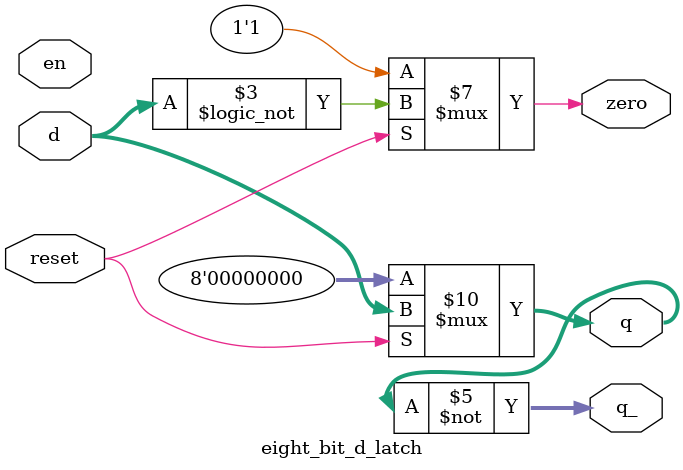
<source format=v>
module eight_bit_d_latch(input [7:0] d, input en, reset, output reg [7:0] q, q_, output reg zero);
	always @ (d or en or reset) 
	begin
	  if (!reset) begin
		 q <= 0;
		 zero <= 1;
	  end
	  else 
	  begin
		q <= d; 
		zero <= (d == 0); 
	  end
	end
	always @ (*) 
		q_ <= ~q;
endmodule

</source>
